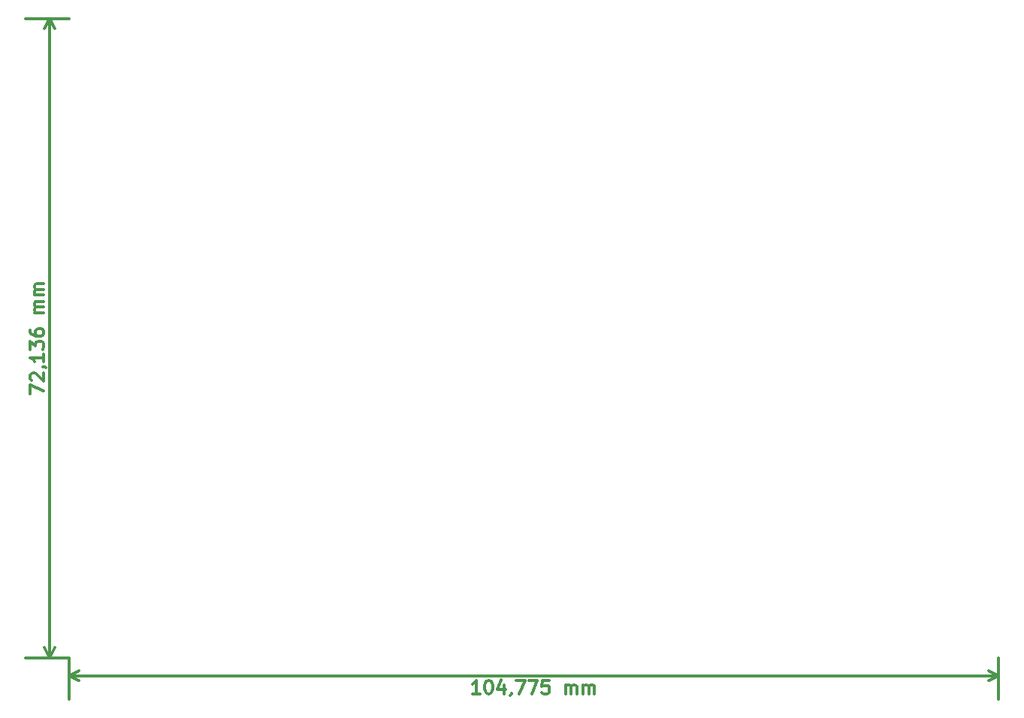
<source format=gbr>
G04 #@! TF.FileFunction,Other,ECO2*
%FSLAX46Y46*%
G04 Gerber Fmt 4.6, Leading zero omitted, Abs format (unit mm)*
G04 Created by KiCad (PCBNEW 4.0.4-stable) date 02/12/17 18:05:12*
%MOMM*%
%LPD*%
G01*
G04 APERTURE LIST*
%ADD10C,0.100000*%
%ADD11C,0.300000*%
G04 APERTURE END LIST*
D10*
D11*
X159600073Y-125091571D02*
X158742930Y-125091571D01*
X159171502Y-125091571D02*
X159171502Y-123591571D01*
X159028645Y-123805857D01*
X158885787Y-123948714D01*
X158742930Y-124020143D01*
X160528644Y-123591571D02*
X160671501Y-123591571D01*
X160814358Y-123663000D01*
X160885787Y-123734429D01*
X160957216Y-123877286D01*
X161028644Y-124163000D01*
X161028644Y-124520143D01*
X160957216Y-124805857D01*
X160885787Y-124948714D01*
X160814358Y-125020143D01*
X160671501Y-125091571D01*
X160528644Y-125091571D01*
X160385787Y-125020143D01*
X160314358Y-124948714D01*
X160242930Y-124805857D01*
X160171501Y-124520143D01*
X160171501Y-124163000D01*
X160242930Y-123877286D01*
X160314358Y-123734429D01*
X160385787Y-123663000D01*
X160528644Y-123591571D01*
X162314358Y-124091571D02*
X162314358Y-125091571D01*
X161957215Y-123520143D02*
X161600072Y-124591571D01*
X162528644Y-124591571D01*
X163171500Y-125020143D02*
X163171500Y-125091571D01*
X163100072Y-125234429D01*
X163028643Y-125305857D01*
X163671501Y-123591571D02*
X164671501Y-123591571D01*
X164028644Y-125091571D01*
X165100072Y-123591571D02*
X166100072Y-123591571D01*
X165457215Y-125091571D01*
X167385786Y-123591571D02*
X166671500Y-123591571D01*
X166600071Y-124305857D01*
X166671500Y-124234429D01*
X166814357Y-124163000D01*
X167171500Y-124163000D01*
X167314357Y-124234429D01*
X167385786Y-124305857D01*
X167457214Y-124448714D01*
X167457214Y-124805857D01*
X167385786Y-124948714D01*
X167314357Y-125020143D01*
X167171500Y-125091571D01*
X166814357Y-125091571D01*
X166671500Y-125020143D01*
X166600071Y-124948714D01*
X169242928Y-125091571D02*
X169242928Y-124091571D01*
X169242928Y-124234429D02*
X169314356Y-124163000D01*
X169457214Y-124091571D01*
X169671499Y-124091571D01*
X169814356Y-124163000D01*
X169885785Y-124305857D01*
X169885785Y-125091571D01*
X169885785Y-124305857D02*
X169957214Y-124163000D01*
X170100071Y-124091571D01*
X170314356Y-124091571D01*
X170457214Y-124163000D01*
X170528642Y-124305857D01*
X170528642Y-125091571D01*
X171242928Y-125091571D02*
X171242928Y-124091571D01*
X171242928Y-124234429D02*
X171314356Y-124163000D01*
X171457214Y-124091571D01*
X171671499Y-124091571D01*
X171814356Y-124163000D01*
X171885785Y-124305857D01*
X171885785Y-125091571D01*
X171885785Y-124305857D02*
X171957214Y-124163000D01*
X172100071Y-124091571D01*
X172314356Y-124091571D01*
X172457214Y-124163000D01*
X172528642Y-124305857D01*
X172528642Y-125091571D01*
X113284000Y-123063000D02*
X218059000Y-123063000D01*
X113284000Y-121031000D02*
X113284000Y-125763000D01*
X218059000Y-121031000D02*
X218059000Y-125763000D01*
X218059000Y-123063000D02*
X216932496Y-123649421D01*
X218059000Y-123063000D02*
X216932496Y-122476579D01*
X113284000Y-123063000D02*
X114410504Y-123649421D01*
X113284000Y-123063000D02*
X114410504Y-122476579D01*
X108953571Y-91248713D02*
X108953571Y-90248713D01*
X110453571Y-90891570D01*
X109096429Y-89748714D02*
X109025000Y-89677285D01*
X108953571Y-89534428D01*
X108953571Y-89177285D01*
X109025000Y-89034428D01*
X109096429Y-88962999D01*
X109239286Y-88891571D01*
X109382143Y-88891571D01*
X109596429Y-88962999D01*
X110453571Y-89820142D01*
X110453571Y-88891571D01*
X110382143Y-88177286D02*
X110453571Y-88177286D01*
X110596429Y-88248714D01*
X110667857Y-88320143D01*
X110453571Y-86748714D02*
X110453571Y-87605857D01*
X110453571Y-87177285D02*
X108953571Y-87177285D01*
X109167857Y-87320142D01*
X109310714Y-87463000D01*
X109382143Y-87605857D01*
X108953571Y-86248714D02*
X108953571Y-85320143D01*
X109525000Y-85820143D01*
X109525000Y-85605857D01*
X109596429Y-85463000D01*
X109667857Y-85391571D01*
X109810714Y-85320143D01*
X110167857Y-85320143D01*
X110310714Y-85391571D01*
X110382143Y-85463000D01*
X110453571Y-85605857D01*
X110453571Y-86034429D01*
X110382143Y-86177286D01*
X110310714Y-86248714D01*
X108953571Y-84034429D02*
X108953571Y-84320143D01*
X109025000Y-84463000D01*
X109096429Y-84534429D01*
X109310714Y-84677286D01*
X109596429Y-84748715D01*
X110167857Y-84748715D01*
X110310714Y-84677286D01*
X110382143Y-84605858D01*
X110453571Y-84463000D01*
X110453571Y-84177286D01*
X110382143Y-84034429D01*
X110310714Y-83963000D01*
X110167857Y-83891572D01*
X109810714Y-83891572D01*
X109667857Y-83963000D01*
X109596429Y-84034429D01*
X109525000Y-84177286D01*
X109525000Y-84463000D01*
X109596429Y-84605858D01*
X109667857Y-84677286D01*
X109810714Y-84748715D01*
X110453571Y-82105858D02*
X109453571Y-82105858D01*
X109596429Y-82105858D02*
X109525000Y-82034430D01*
X109453571Y-81891572D01*
X109453571Y-81677287D01*
X109525000Y-81534430D01*
X109667857Y-81463001D01*
X110453571Y-81463001D01*
X109667857Y-81463001D02*
X109525000Y-81391572D01*
X109453571Y-81248715D01*
X109453571Y-81034430D01*
X109525000Y-80891572D01*
X109667857Y-80820144D01*
X110453571Y-80820144D01*
X110453571Y-80105858D02*
X109453571Y-80105858D01*
X109596429Y-80105858D02*
X109525000Y-80034430D01*
X109453571Y-79891572D01*
X109453571Y-79677287D01*
X109525000Y-79534430D01*
X109667857Y-79463001D01*
X110453571Y-79463001D01*
X109667857Y-79463001D02*
X109525000Y-79391572D01*
X109453571Y-79248715D01*
X109453571Y-79034430D01*
X109525000Y-78891572D01*
X109667857Y-78820144D01*
X110453571Y-78820144D01*
X111125000Y-121031000D02*
X111125000Y-48895000D01*
X113284000Y-121031000D02*
X108425000Y-121031000D01*
X113284000Y-48895000D02*
X108425000Y-48895000D01*
X111125000Y-48895000D02*
X111711421Y-50021504D01*
X111125000Y-48895000D02*
X110538579Y-50021504D01*
X111125000Y-121031000D02*
X111711421Y-119904496D01*
X111125000Y-121031000D02*
X110538579Y-119904496D01*
M02*

</source>
